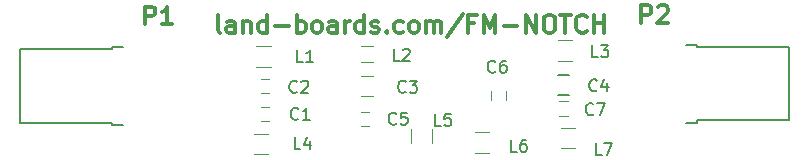
<source format=gto>
G04 #@! TF.FileFunction,Legend,Top*
%FSLAX46Y46*%
G04 Gerber Fmt 4.6, Leading zero omitted, Abs format (unit mm)*
G04 Created by KiCad (PCBNEW 4.0.5) date 07/01/17 20:00:33*
%MOMM*%
%LPD*%
G01*
G04 APERTURE LIST*
%ADD10C,0.150000*%
%ADD11C,0.375000*%
%ADD12C,0.120000*%
%ADD13C,0.152400*%
G04 APERTURE END LIST*
D10*
D11*
X104457142Y-73078571D02*
X104314284Y-73007143D01*
X104242856Y-72864286D01*
X104242856Y-71578571D01*
X105671427Y-73078571D02*
X105671427Y-72292857D01*
X105599998Y-72150000D01*
X105457141Y-72078571D01*
X105171427Y-72078571D01*
X105028570Y-72150000D01*
X105671427Y-73007143D02*
X105528570Y-73078571D01*
X105171427Y-73078571D01*
X105028570Y-73007143D01*
X104957141Y-72864286D01*
X104957141Y-72721429D01*
X105028570Y-72578571D01*
X105171427Y-72507143D01*
X105528570Y-72507143D01*
X105671427Y-72435714D01*
X106385713Y-72078571D02*
X106385713Y-73078571D01*
X106385713Y-72221429D02*
X106457141Y-72150000D01*
X106599999Y-72078571D01*
X106814284Y-72078571D01*
X106957141Y-72150000D01*
X107028570Y-72292857D01*
X107028570Y-73078571D01*
X108385713Y-73078571D02*
X108385713Y-71578571D01*
X108385713Y-73007143D02*
X108242856Y-73078571D01*
X107957142Y-73078571D01*
X107814284Y-73007143D01*
X107742856Y-72935714D01*
X107671427Y-72792857D01*
X107671427Y-72364286D01*
X107742856Y-72221429D01*
X107814284Y-72150000D01*
X107957142Y-72078571D01*
X108242856Y-72078571D01*
X108385713Y-72150000D01*
X109099999Y-72507143D02*
X110242856Y-72507143D01*
X110957142Y-73078571D02*
X110957142Y-71578571D01*
X110957142Y-72150000D02*
X111099999Y-72078571D01*
X111385713Y-72078571D01*
X111528570Y-72150000D01*
X111599999Y-72221429D01*
X111671428Y-72364286D01*
X111671428Y-72792857D01*
X111599999Y-72935714D01*
X111528570Y-73007143D01*
X111385713Y-73078571D01*
X111099999Y-73078571D01*
X110957142Y-73007143D01*
X112528571Y-73078571D02*
X112385713Y-73007143D01*
X112314285Y-72935714D01*
X112242856Y-72792857D01*
X112242856Y-72364286D01*
X112314285Y-72221429D01*
X112385713Y-72150000D01*
X112528571Y-72078571D01*
X112742856Y-72078571D01*
X112885713Y-72150000D01*
X112957142Y-72221429D01*
X113028571Y-72364286D01*
X113028571Y-72792857D01*
X112957142Y-72935714D01*
X112885713Y-73007143D01*
X112742856Y-73078571D01*
X112528571Y-73078571D01*
X114314285Y-73078571D02*
X114314285Y-72292857D01*
X114242856Y-72150000D01*
X114099999Y-72078571D01*
X113814285Y-72078571D01*
X113671428Y-72150000D01*
X114314285Y-73007143D02*
X114171428Y-73078571D01*
X113814285Y-73078571D01*
X113671428Y-73007143D01*
X113599999Y-72864286D01*
X113599999Y-72721429D01*
X113671428Y-72578571D01*
X113814285Y-72507143D01*
X114171428Y-72507143D01*
X114314285Y-72435714D01*
X115028571Y-73078571D02*
X115028571Y-72078571D01*
X115028571Y-72364286D02*
X115099999Y-72221429D01*
X115171428Y-72150000D01*
X115314285Y-72078571D01*
X115457142Y-72078571D01*
X116599999Y-73078571D02*
X116599999Y-71578571D01*
X116599999Y-73007143D02*
X116457142Y-73078571D01*
X116171428Y-73078571D01*
X116028570Y-73007143D01*
X115957142Y-72935714D01*
X115885713Y-72792857D01*
X115885713Y-72364286D01*
X115957142Y-72221429D01*
X116028570Y-72150000D01*
X116171428Y-72078571D01*
X116457142Y-72078571D01*
X116599999Y-72150000D01*
X117242856Y-73007143D02*
X117385713Y-73078571D01*
X117671428Y-73078571D01*
X117814285Y-73007143D01*
X117885713Y-72864286D01*
X117885713Y-72792857D01*
X117814285Y-72650000D01*
X117671428Y-72578571D01*
X117457142Y-72578571D01*
X117314285Y-72507143D01*
X117242856Y-72364286D01*
X117242856Y-72292857D01*
X117314285Y-72150000D01*
X117457142Y-72078571D01*
X117671428Y-72078571D01*
X117814285Y-72150000D01*
X118528571Y-72935714D02*
X118599999Y-73007143D01*
X118528571Y-73078571D01*
X118457142Y-73007143D01*
X118528571Y-72935714D01*
X118528571Y-73078571D01*
X119885714Y-73007143D02*
X119742857Y-73078571D01*
X119457143Y-73078571D01*
X119314285Y-73007143D01*
X119242857Y-72935714D01*
X119171428Y-72792857D01*
X119171428Y-72364286D01*
X119242857Y-72221429D01*
X119314285Y-72150000D01*
X119457143Y-72078571D01*
X119742857Y-72078571D01*
X119885714Y-72150000D01*
X120742857Y-73078571D02*
X120599999Y-73007143D01*
X120528571Y-72935714D01*
X120457142Y-72792857D01*
X120457142Y-72364286D01*
X120528571Y-72221429D01*
X120599999Y-72150000D01*
X120742857Y-72078571D01*
X120957142Y-72078571D01*
X121099999Y-72150000D01*
X121171428Y-72221429D01*
X121242857Y-72364286D01*
X121242857Y-72792857D01*
X121171428Y-72935714D01*
X121099999Y-73007143D01*
X120957142Y-73078571D01*
X120742857Y-73078571D01*
X121885714Y-73078571D02*
X121885714Y-72078571D01*
X121885714Y-72221429D02*
X121957142Y-72150000D01*
X122100000Y-72078571D01*
X122314285Y-72078571D01*
X122457142Y-72150000D01*
X122528571Y-72292857D01*
X122528571Y-73078571D01*
X122528571Y-72292857D02*
X122600000Y-72150000D01*
X122742857Y-72078571D01*
X122957142Y-72078571D01*
X123100000Y-72150000D01*
X123171428Y-72292857D01*
X123171428Y-73078571D01*
X124957142Y-71507143D02*
X123671428Y-73435714D01*
X125957143Y-72292857D02*
X125457143Y-72292857D01*
X125457143Y-73078571D02*
X125457143Y-71578571D01*
X126171429Y-71578571D01*
X126742857Y-73078571D02*
X126742857Y-71578571D01*
X127242857Y-72650000D01*
X127742857Y-71578571D01*
X127742857Y-73078571D01*
X128457143Y-72507143D02*
X129600000Y-72507143D01*
X130314286Y-73078571D02*
X130314286Y-71578571D01*
X131171429Y-73078571D01*
X131171429Y-71578571D01*
X132171429Y-71578571D02*
X132457143Y-71578571D01*
X132600001Y-71650000D01*
X132742858Y-71792857D01*
X132814286Y-72078571D01*
X132814286Y-72578571D01*
X132742858Y-72864286D01*
X132600001Y-73007143D01*
X132457143Y-73078571D01*
X132171429Y-73078571D01*
X132028572Y-73007143D01*
X131885715Y-72864286D01*
X131814286Y-72578571D01*
X131814286Y-72078571D01*
X131885715Y-71792857D01*
X132028572Y-71650000D01*
X132171429Y-71578571D01*
X133242858Y-71578571D02*
X134100001Y-71578571D01*
X133671430Y-73078571D02*
X133671430Y-71578571D01*
X135457144Y-72935714D02*
X135385715Y-73007143D01*
X135171429Y-73078571D01*
X135028572Y-73078571D01*
X134814287Y-73007143D01*
X134671429Y-72864286D01*
X134600001Y-72721429D01*
X134528572Y-72435714D01*
X134528572Y-72221429D01*
X134600001Y-71935714D01*
X134671429Y-71792857D01*
X134814287Y-71650000D01*
X135028572Y-71578571D01*
X135171429Y-71578571D01*
X135385715Y-71650000D01*
X135457144Y-71721429D01*
X136100001Y-73078571D02*
X136100001Y-71578571D01*
X136100001Y-72292857D02*
X136957144Y-72292857D01*
X136957144Y-73078571D02*
X136957144Y-71578571D01*
D10*
X133000000Y-78350000D02*
X134000000Y-78350000D01*
X134000000Y-76650000D02*
X133000000Y-76650000D01*
D12*
X108700000Y-75980000D02*
X107500000Y-75980000D01*
X107500000Y-74220000D02*
X108700000Y-74220000D01*
X134200000Y-75480000D02*
X133000000Y-75480000D01*
X133000000Y-73720000D02*
X134200000Y-73720000D01*
X107300000Y-81620000D02*
X108500000Y-81620000D01*
X108500000Y-83380000D02*
X107300000Y-83380000D01*
X120620000Y-82400000D02*
X120620000Y-81200000D01*
X122380000Y-81200000D02*
X122380000Y-82400000D01*
X126000000Y-81520000D02*
X127200000Y-81520000D01*
X127200000Y-83280000D02*
X126000000Y-83280000D01*
X134500000Y-82880000D02*
X133300000Y-82880000D01*
X133300000Y-81120000D02*
X134500000Y-81120000D01*
X116400000Y-78450000D02*
X117400000Y-78450000D01*
X117400000Y-76750000D02*
X116400000Y-76750000D01*
X107850000Y-79400000D02*
X108550000Y-79400000D01*
X108550000Y-80600000D02*
X107850000Y-80600000D01*
X108550000Y-78200000D02*
X107850000Y-78200000D01*
X107850000Y-77000000D02*
X108550000Y-77000000D01*
X116350000Y-79800000D02*
X117050000Y-79800000D01*
X117050000Y-81000000D02*
X116350000Y-81000000D01*
X128600000Y-78050000D02*
X128600000Y-78750000D01*
X127400000Y-78750000D02*
X127400000Y-78050000D01*
X133850000Y-80100000D02*
X133150000Y-80100000D01*
X133150000Y-78900000D02*
X133850000Y-78900000D01*
X117400000Y-75580000D02*
X116400000Y-75580000D01*
X116400000Y-74220000D02*
X117400000Y-74220000D01*
D10*
X152600000Y-80500000D02*
X152600000Y-74300000D01*
X144800000Y-80500000D02*
X152600000Y-80500000D01*
X144800000Y-74300000D02*
X152600000Y-74300000D01*
X143900000Y-80700000D02*
X144800000Y-80700000D01*
X144800000Y-80700000D02*
X144800000Y-80500000D01*
X143900000Y-74100000D02*
X144800000Y-74100000D01*
X144800000Y-74100000D02*
X144800000Y-74300000D01*
X144800000Y-74300000D02*
X148000000Y-74300000D01*
X144800000Y-80500000D02*
X148000000Y-80500000D01*
X87500000Y-74500000D02*
X87500000Y-80700000D01*
X95300000Y-74500000D02*
X87500000Y-74500000D01*
X95300000Y-80700000D02*
X87500000Y-80700000D01*
X96200000Y-74300000D02*
X95300000Y-74300000D01*
X95300000Y-74300000D02*
X95300000Y-74500000D01*
X96200000Y-80900000D02*
X95300000Y-80900000D01*
X95300000Y-80900000D02*
X95300000Y-80700000D01*
X95300000Y-80700000D02*
X92100000Y-80700000D01*
X95300000Y-74500000D02*
X92100000Y-74500000D01*
D13*
X136330667Y-77962857D02*
X136282286Y-78011238D01*
X136137143Y-78059619D01*
X136040381Y-78059619D01*
X135895239Y-78011238D01*
X135798477Y-77914476D01*
X135750096Y-77817714D01*
X135701715Y-77624190D01*
X135701715Y-77479048D01*
X135750096Y-77285524D01*
X135798477Y-77188762D01*
X135895239Y-77092000D01*
X136040381Y-77043619D01*
X136137143Y-77043619D01*
X136282286Y-77092000D01*
X136330667Y-77140381D01*
X137201524Y-77382286D02*
X137201524Y-78059619D01*
X136959620Y-76995238D02*
X136717715Y-77720952D01*
X137346667Y-77720952D01*
X111430667Y-75559619D02*
X110946858Y-75559619D01*
X110946858Y-74543619D01*
X112301524Y-75559619D02*
X111720953Y-75559619D01*
X112011239Y-75559619D02*
X112011239Y-74543619D01*
X111914477Y-74688762D01*
X111817715Y-74785524D01*
X111720953Y-74833905D01*
X136430667Y-75159619D02*
X135946858Y-75159619D01*
X135946858Y-74143619D01*
X136672572Y-74143619D02*
X137301524Y-74143619D01*
X136962858Y-74530667D01*
X137108000Y-74530667D01*
X137204762Y-74579048D01*
X137253143Y-74627429D01*
X137301524Y-74724190D01*
X137301524Y-74966095D01*
X137253143Y-75062857D01*
X137204762Y-75111238D01*
X137108000Y-75159619D01*
X136817715Y-75159619D01*
X136720953Y-75111238D01*
X136672572Y-75062857D01*
X111230667Y-82959619D02*
X110746858Y-82959619D01*
X110746858Y-81943619D01*
X112004762Y-82282286D02*
X112004762Y-82959619D01*
X111762858Y-81895238D02*
X111520953Y-82620952D01*
X112149905Y-82620952D01*
X123130667Y-80959619D02*
X122646858Y-80959619D01*
X122646858Y-79943619D01*
X123953143Y-79943619D02*
X123469334Y-79943619D01*
X123420953Y-80427429D01*
X123469334Y-80379048D01*
X123566096Y-80330667D01*
X123808000Y-80330667D01*
X123904762Y-80379048D01*
X123953143Y-80427429D01*
X124001524Y-80524190D01*
X124001524Y-80766095D01*
X123953143Y-80862857D01*
X123904762Y-80911238D01*
X123808000Y-80959619D01*
X123566096Y-80959619D01*
X123469334Y-80911238D01*
X123420953Y-80862857D01*
X129530667Y-83159619D02*
X129046858Y-83159619D01*
X129046858Y-82143619D01*
X130304762Y-82143619D02*
X130111239Y-82143619D01*
X130014477Y-82192000D01*
X129966096Y-82240381D01*
X129869334Y-82385524D01*
X129820953Y-82579048D01*
X129820953Y-82966095D01*
X129869334Y-83062857D01*
X129917715Y-83111238D01*
X130014477Y-83159619D01*
X130208000Y-83159619D01*
X130304762Y-83111238D01*
X130353143Y-83062857D01*
X130401524Y-82966095D01*
X130401524Y-82724190D01*
X130353143Y-82627429D01*
X130304762Y-82579048D01*
X130208000Y-82530667D01*
X130014477Y-82530667D01*
X129917715Y-82579048D01*
X129869334Y-82627429D01*
X129820953Y-82724190D01*
X136730667Y-83459619D02*
X136246858Y-83459619D01*
X136246858Y-82443619D01*
X136972572Y-82443619D02*
X137649905Y-82443619D01*
X137214477Y-83459619D01*
X120130667Y-78062857D02*
X120082286Y-78111238D01*
X119937143Y-78159619D01*
X119840381Y-78159619D01*
X119695239Y-78111238D01*
X119598477Y-78014476D01*
X119550096Y-77917714D01*
X119501715Y-77724190D01*
X119501715Y-77579048D01*
X119550096Y-77385524D01*
X119598477Y-77288762D01*
X119695239Y-77192000D01*
X119840381Y-77143619D01*
X119937143Y-77143619D01*
X120082286Y-77192000D01*
X120130667Y-77240381D01*
X120469334Y-77143619D02*
X121098286Y-77143619D01*
X120759620Y-77530667D01*
X120904762Y-77530667D01*
X121001524Y-77579048D01*
X121049905Y-77627429D01*
X121098286Y-77724190D01*
X121098286Y-77966095D01*
X121049905Y-78062857D01*
X121001524Y-78111238D01*
X120904762Y-78159619D01*
X120614477Y-78159619D01*
X120517715Y-78111238D01*
X120469334Y-78062857D01*
X111030667Y-80362857D02*
X110982286Y-80411238D01*
X110837143Y-80459619D01*
X110740381Y-80459619D01*
X110595239Y-80411238D01*
X110498477Y-80314476D01*
X110450096Y-80217714D01*
X110401715Y-80024190D01*
X110401715Y-79879048D01*
X110450096Y-79685524D01*
X110498477Y-79588762D01*
X110595239Y-79492000D01*
X110740381Y-79443619D01*
X110837143Y-79443619D01*
X110982286Y-79492000D01*
X111030667Y-79540381D01*
X111998286Y-80459619D02*
X111417715Y-80459619D01*
X111708001Y-80459619D02*
X111708001Y-79443619D01*
X111611239Y-79588762D01*
X111514477Y-79685524D01*
X111417715Y-79733905D01*
X110930667Y-78062857D02*
X110882286Y-78111238D01*
X110737143Y-78159619D01*
X110640381Y-78159619D01*
X110495239Y-78111238D01*
X110398477Y-78014476D01*
X110350096Y-77917714D01*
X110301715Y-77724190D01*
X110301715Y-77579048D01*
X110350096Y-77385524D01*
X110398477Y-77288762D01*
X110495239Y-77192000D01*
X110640381Y-77143619D01*
X110737143Y-77143619D01*
X110882286Y-77192000D01*
X110930667Y-77240381D01*
X111317715Y-77240381D02*
X111366096Y-77192000D01*
X111462858Y-77143619D01*
X111704762Y-77143619D01*
X111801524Y-77192000D01*
X111849905Y-77240381D01*
X111898286Y-77337143D01*
X111898286Y-77433905D01*
X111849905Y-77579048D01*
X111269334Y-78159619D01*
X111898286Y-78159619D01*
X119330667Y-80762857D02*
X119282286Y-80811238D01*
X119137143Y-80859619D01*
X119040381Y-80859619D01*
X118895239Y-80811238D01*
X118798477Y-80714476D01*
X118750096Y-80617714D01*
X118701715Y-80424190D01*
X118701715Y-80279048D01*
X118750096Y-80085524D01*
X118798477Y-79988762D01*
X118895239Y-79892000D01*
X119040381Y-79843619D01*
X119137143Y-79843619D01*
X119282286Y-79892000D01*
X119330667Y-79940381D01*
X120249905Y-79843619D02*
X119766096Y-79843619D01*
X119717715Y-80327429D01*
X119766096Y-80279048D01*
X119862858Y-80230667D01*
X120104762Y-80230667D01*
X120201524Y-80279048D01*
X120249905Y-80327429D01*
X120298286Y-80424190D01*
X120298286Y-80666095D01*
X120249905Y-80762857D01*
X120201524Y-80811238D01*
X120104762Y-80859619D01*
X119862858Y-80859619D01*
X119766096Y-80811238D01*
X119717715Y-80762857D01*
X127730667Y-76362857D02*
X127682286Y-76411238D01*
X127537143Y-76459619D01*
X127440381Y-76459619D01*
X127295239Y-76411238D01*
X127198477Y-76314476D01*
X127150096Y-76217714D01*
X127101715Y-76024190D01*
X127101715Y-75879048D01*
X127150096Y-75685524D01*
X127198477Y-75588762D01*
X127295239Y-75492000D01*
X127440381Y-75443619D01*
X127537143Y-75443619D01*
X127682286Y-75492000D01*
X127730667Y-75540381D01*
X128601524Y-75443619D02*
X128408001Y-75443619D01*
X128311239Y-75492000D01*
X128262858Y-75540381D01*
X128166096Y-75685524D01*
X128117715Y-75879048D01*
X128117715Y-76266095D01*
X128166096Y-76362857D01*
X128214477Y-76411238D01*
X128311239Y-76459619D01*
X128504762Y-76459619D01*
X128601524Y-76411238D01*
X128649905Y-76362857D01*
X128698286Y-76266095D01*
X128698286Y-76024190D01*
X128649905Y-75927429D01*
X128601524Y-75879048D01*
X128504762Y-75830667D01*
X128311239Y-75830667D01*
X128214477Y-75879048D01*
X128166096Y-75927429D01*
X128117715Y-76024190D01*
X136030667Y-79962857D02*
X135982286Y-80011238D01*
X135837143Y-80059619D01*
X135740381Y-80059619D01*
X135595239Y-80011238D01*
X135498477Y-79914476D01*
X135450096Y-79817714D01*
X135401715Y-79624190D01*
X135401715Y-79479048D01*
X135450096Y-79285524D01*
X135498477Y-79188762D01*
X135595239Y-79092000D01*
X135740381Y-79043619D01*
X135837143Y-79043619D01*
X135982286Y-79092000D01*
X136030667Y-79140381D01*
X136369334Y-79043619D02*
X137046667Y-79043619D01*
X136611239Y-80059619D01*
D10*
X119633334Y-75452381D02*
X119157143Y-75452381D01*
X119157143Y-74452381D01*
X119919048Y-74547619D02*
X119966667Y-74500000D01*
X120061905Y-74452381D01*
X120300001Y-74452381D01*
X120395239Y-74500000D01*
X120442858Y-74547619D01*
X120490477Y-74642857D01*
X120490477Y-74738095D01*
X120442858Y-74880952D01*
X119871429Y-75452381D01*
X120490477Y-75452381D01*
D11*
X140092858Y-72278571D02*
X140092858Y-70778571D01*
X140664286Y-70778571D01*
X140807144Y-70850000D01*
X140878572Y-70921429D01*
X140950001Y-71064286D01*
X140950001Y-71278571D01*
X140878572Y-71421429D01*
X140807144Y-71492857D01*
X140664286Y-71564286D01*
X140092858Y-71564286D01*
X141521429Y-70921429D02*
X141592858Y-70850000D01*
X141735715Y-70778571D01*
X142092858Y-70778571D01*
X142235715Y-70850000D01*
X142307144Y-70921429D01*
X142378572Y-71064286D01*
X142378572Y-71207143D01*
X142307144Y-71421429D01*
X141450001Y-72278571D01*
X142378572Y-72278571D01*
X98092858Y-72378571D02*
X98092858Y-70878571D01*
X98664286Y-70878571D01*
X98807144Y-70950000D01*
X98878572Y-71021429D01*
X98950001Y-71164286D01*
X98950001Y-71378571D01*
X98878572Y-71521429D01*
X98807144Y-71592857D01*
X98664286Y-71664286D01*
X98092858Y-71664286D01*
X100378572Y-72378571D02*
X99521429Y-72378571D01*
X99950001Y-72378571D02*
X99950001Y-70878571D01*
X99807144Y-71092857D01*
X99664286Y-71235714D01*
X99521429Y-71307143D01*
M02*

</source>
